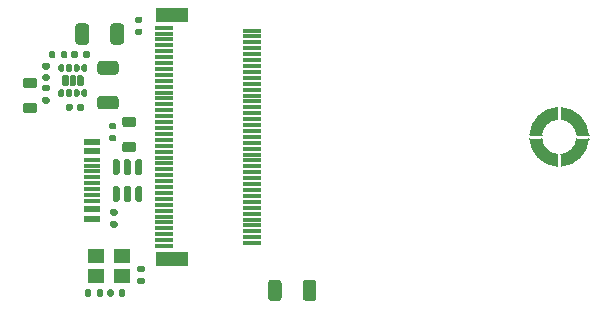
<source format=gtp>
G04 #@! TF.GenerationSoftware,KiCad,Pcbnew,8.0.1+dfsg-1*
G04 #@! TF.CreationDate,2024-10-13T21:14:54+00:00*
G04 #@! TF.ProjectId,usb2m2e,75736232-6d32-4652-9e6b-696361645f70,rev?*
G04 #@! TF.SameCoordinates,Original*
G04 #@! TF.FileFunction,Paste,Top*
G04 #@! TF.FilePolarity,Positive*
%FSLAX46Y46*%
G04 Gerber Fmt 4.6, Leading zero omitted, Abs format (unit mm)*
G04 Created by KiCad (PCBNEW 8.0.1+dfsg-1) date 2024-10-13 21:14:54*
%MOMM*%
%LPD*%
G01*
G04 APERTURE LIST*
%ADD10C,0.001000*%
%ADD11R,1.550000X0.300000*%
%ADD12R,2.750000X1.200000*%
%ADD13R,1.450000X0.600000*%
%ADD14R,1.450000X0.300000*%
%ADD15R,1.400000X1.200000*%
G04 APERTURE END LIST*
D10*
X163507519Y-83150000D02*
X163507519Y-83150000D01*
G75*
G03*
X164850000Y-84492481I1491681J149200D01*
G01*
X164850000Y-85495496D01*
G75*
G02*
X162504504Y-83150000I149700J2495196D01*
G01*
X163507519Y-83150000D01*
G36*
X163507519Y-83150000D02*
G01*
X163507519Y-83150000D01*
G75*
G03*
X164850000Y-84492481I1491681J149200D01*
G01*
X164850000Y-85495496D01*
G75*
G02*
X162504504Y-83150000I149700J2495196D01*
G01*
X163507519Y-83150000D01*
G37*
X164850000Y-81507519D02*
X164850000Y-81507519D01*
G75*
G03*
X163507519Y-82850000I149200J-1491681D01*
G01*
X162504504Y-82850000D01*
G75*
G02*
X164850000Y-80504504I2495196J-149700D01*
G01*
X164850000Y-81507519D01*
G36*
X164850000Y-81507519D02*
G01*
X164850000Y-81507519D01*
G75*
G03*
X163507519Y-82850000I149200J-1491681D01*
G01*
X162504504Y-82850000D01*
G75*
G02*
X164850000Y-80504504I2495196J-149700D01*
G01*
X164850000Y-81507519D01*
G37*
X167495496Y-83150000D02*
X167495496Y-83150000D01*
G75*
G02*
X165150000Y-85495496I-2495196J149700D01*
G01*
X165150000Y-84492481D01*
G75*
G03*
X166492481Y-83150000I-149200J1491681D01*
G01*
X167495496Y-83150000D01*
G36*
X167495496Y-83150000D02*
G01*
X167495496Y-83150000D01*
G75*
G02*
X165150000Y-85495496I-2495196J149700D01*
G01*
X165150000Y-84492481D01*
G75*
G03*
X166492481Y-83150000I-149200J1491681D01*
G01*
X167495496Y-83150000D01*
G37*
X165150000Y-80504504D02*
X165150000Y-80504504D01*
G75*
G02*
X167495496Y-82850000I-149700J-2495196D01*
G01*
X166492481Y-82850000D01*
G75*
G03*
X165150000Y-81507519I-1491681J-149200D01*
G01*
X165150000Y-80504504D01*
G36*
X165150000Y-80504504D02*
G01*
X165150000Y-80504504D01*
G75*
G02*
X167495496Y-82850000I-149700J-2495196D01*
G01*
X166492481Y-82850000D01*
G75*
G03*
X165150000Y-81507519I-1491681J-149200D01*
G01*
X165150000Y-80504504D01*
G37*
D11*
X131525000Y-92250000D03*
X138975000Y-92000000D03*
X131525000Y-91750000D03*
X138975000Y-91500000D03*
X131525000Y-91250000D03*
X138975000Y-91000000D03*
X131525000Y-90750000D03*
X138975000Y-90500000D03*
X131525000Y-90250000D03*
X138975000Y-90000000D03*
X131525000Y-89750000D03*
X138975000Y-89500000D03*
X131525000Y-89250000D03*
X138975000Y-89000000D03*
X131525000Y-88750000D03*
X138975000Y-88500000D03*
X131525000Y-88250000D03*
X138975000Y-88000000D03*
X131525000Y-87750000D03*
X138975000Y-87500000D03*
X131525000Y-87250000D03*
X138975000Y-87000000D03*
X131525000Y-86750000D03*
X138975000Y-86500000D03*
X131525000Y-86250000D03*
X138975000Y-86000000D03*
X131525000Y-85750000D03*
X138975000Y-85500000D03*
X131525000Y-85250000D03*
X138975000Y-85000000D03*
X131525000Y-84750000D03*
X138975000Y-84500000D03*
X131525000Y-84250000D03*
X138975000Y-84000000D03*
X131525000Y-83750000D03*
X138975000Y-83500000D03*
X131525000Y-83250000D03*
X138975000Y-83000000D03*
X131525000Y-82750000D03*
X138975000Y-82500000D03*
X131525000Y-82250000D03*
X138975000Y-82000000D03*
X131525000Y-81750000D03*
X138975000Y-81500000D03*
X131525000Y-81250000D03*
X138975000Y-81000000D03*
X131525000Y-80750000D03*
X138975000Y-80500000D03*
X131525000Y-80250000D03*
X138975000Y-80000000D03*
X131525000Y-79750000D03*
X138975000Y-79500000D03*
X131525000Y-79250000D03*
X138975000Y-79000000D03*
X131525000Y-78750000D03*
X138975000Y-78500000D03*
X131525000Y-78250000D03*
X138975000Y-78000000D03*
X131525000Y-77750000D03*
X138975000Y-77500000D03*
X131525000Y-77250000D03*
X138975000Y-77000000D03*
X131525000Y-76750000D03*
X138975000Y-76500000D03*
X131525000Y-76250000D03*
X138975000Y-76000000D03*
X131525000Y-75750000D03*
X138975000Y-75500000D03*
X131525000Y-75250000D03*
X138975000Y-75000000D03*
X131525000Y-74750000D03*
X138975000Y-74500000D03*
X131525000Y-74250000D03*
X138975000Y-74000000D03*
X131525000Y-73750000D03*
D12*
X132250000Y-93350000D03*
X132250000Y-72650000D03*
G36*
G01*
X121380000Y-76740000D02*
X121720000Y-76740000D01*
G75*
G02*
X121860000Y-76880000I0J-140000D01*
G01*
X121860000Y-77160000D01*
G75*
G02*
X121720000Y-77300000I-140000J0D01*
G01*
X121380000Y-77300000D01*
G75*
G02*
X121240000Y-77160000I0J140000D01*
G01*
X121240000Y-76880000D01*
G75*
G02*
X121380000Y-76740000I140000J0D01*
G01*
G37*
G36*
G01*
X121380000Y-77700000D02*
X121720000Y-77700000D01*
G75*
G02*
X121860000Y-77840000I0J-140000D01*
G01*
X121860000Y-78120000D01*
G75*
G02*
X121720000Y-78260000I-140000J0D01*
G01*
X121380000Y-78260000D01*
G75*
G02*
X121240000Y-78120000I0J140000D01*
G01*
X121240000Y-77840000D01*
G75*
G02*
X121380000Y-77700000I140000J0D01*
G01*
G37*
G36*
G01*
X126380000Y-96035000D02*
X126380000Y-96405000D01*
G75*
G02*
X126245000Y-96540000I-135000J0D01*
G01*
X125975000Y-96540000D01*
G75*
G02*
X125840000Y-96405000I0J135000D01*
G01*
X125840000Y-96035000D01*
G75*
G02*
X125975000Y-95900000I135000J0D01*
G01*
X126245000Y-95900000D01*
G75*
G02*
X126380000Y-96035000I0J-135000D01*
G01*
G37*
G36*
G01*
X125360000Y-96035000D02*
X125360000Y-96405000D01*
G75*
G02*
X125225000Y-96540000I-135000J0D01*
G01*
X124955000Y-96540000D01*
G75*
G02*
X124820000Y-96405000I0J135000D01*
G01*
X124820000Y-96035000D01*
G75*
G02*
X124955000Y-95900000I135000J0D01*
G01*
X125225000Y-95900000D01*
G75*
G02*
X125360000Y-96035000I0J-135000D01*
G01*
G37*
G36*
G01*
X125265000Y-75852500D02*
X125265000Y-76222500D01*
G75*
G02*
X125130000Y-76357500I-135000J0D01*
G01*
X124860000Y-76357500D01*
G75*
G02*
X124725000Y-76222500I0J135000D01*
G01*
X124725000Y-75852500D01*
G75*
G02*
X124860000Y-75717500I135000J0D01*
G01*
X125130000Y-75717500D01*
G75*
G02*
X125265000Y-75852500I0J-135000D01*
G01*
G37*
G36*
G01*
X124245000Y-75852500D02*
X124245000Y-76222500D01*
G75*
G02*
X124110000Y-76357500I-135000J0D01*
G01*
X123840000Y-76357500D01*
G75*
G02*
X123705000Y-76222500I0J135000D01*
G01*
X123705000Y-75852500D01*
G75*
G02*
X123840000Y-75717500I135000J0D01*
G01*
X124110000Y-75717500D01*
G75*
G02*
X124245000Y-75852500I0J-135000D01*
G01*
G37*
G36*
G01*
X121735000Y-80180000D02*
X121365000Y-80180000D01*
G75*
G02*
X121230000Y-80045000I0J135000D01*
G01*
X121230000Y-79775000D01*
G75*
G02*
X121365000Y-79640000I135000J0D01*
G01*
X121735000Y-79640000D01*
G75*
G02*
X121870000Y-79775000I0J-135000D01*
G01*
X121870000Y-80045000D01*
G75*
G02*
X121735000Y-80180000I-135000J0D01*
G01*
G37*
G36*
G01*
X121735000Y-79160000D02*
X121365000Y-79160000D01*
G75*
G02*
X121230000Y-79025000I0J135000D01*
G01*
X121230000Y-78755000D01*
G75*
G02*
X121365000Y-78620000I135000J0D01*
G01*
X121735000Y-78620000D01*
G75*
G02*
X121870000Y-78755000I0J-135000D01*
G01*
X121870000Y-79025000D01*
G75*
G02*
X121735000Y-79160000I-135000J0D01*
G01*
G37*
G36*
G01*
X129785000Y-95490000D02*
X129415000Y-95490000D01*
G75*
G02*
X129280000Y-95355000I0J135000D01*
G01*
X129280000Y-95085000D01*
G75*
G02*
X129415000Y-94950000I135000J0D01*
G01*
X129785000Y-94950000D01*
G75*
G02*
X129920000Y-95085000I0J-135000D01*
G01*
X129920000Y-95355000D01*
G75*
G02*
X129785000Y-95490000I-135000J0D01*
G01*
G37*
G36*
G01*
X129785000Y-94470000D02*
X129415000Y-94470000D01*
G75*
G02*
X129280000Y-94335000I0J135000D01*
G01*
X129280000Y-94065000D01*
G75*
G02*
X129415000Y-93930000I135000J0D01*
G01*
X129785000Y-93930000D01*
G75*
G02*
X129920000Y-94065000I0J-135000D01*
G01*
X129920000Y-94335000D01*
G75*
G02*
X129785000Y-94470000I-135000J0D01*
G01*
G37*
G36*
G01*
X129215000Y-72820000D02*
X129585000Y-72820000D01*
G75*
G02*
X129720000Y-72955000I0J-135000D01*
G01*
X129720000Y-73225000D01*
G75*
G02*
X129585000Y-73360000I-135000J0D01*
G01*
X129215000Y-73360000D01*
G75*
G02*
X129080000Y-73225000I0J135000D01*
G01*
X129080000Y-72955000D01*
G75*
G02*
X129215000Y-72820000I135000J0D01*
G01*
G37*
G36*
G01*
X129215000Y-73840000D02*
X129585000Y-73840000D01*
G75*
G02*
X129720000Y-73975000I0J-135000D01*
G01*
X129720000Y-74245000D01*
G75*
G02*
X129585000Y-74380000I-135000J0D01*
G01*
X129215000Y-74380000D01*
G75*
G02*
X129080000Y-74245000I0J135000D01*
G01*
X129080000Y-73975000D01*
G75*
G02*
X129215000Y-73840000I135000J0D01*
G01*
G37*
G36*
G01*
X128260000Y-96040000D02*
X128260000Y-96380000D01*
G75*
G02*
X128120000Y-96520000I-140000J0D01*
G01*
X127840000Y-96520000D01*
G75*
G02*
X127700000Y-96380000I0J140000D01*
G01*
X127700000Y-96040000D01*
G75*
G02*
X127840000Y-95900000I140000J0D01*
G01*
X128120000Y-95900000D01*
G75*
G02*
X128260000Y-96040000I0J-140000D01*
G01*
G37*
G36*
G01*
X127300000Y-96040000D02*
X127300000Y-96380000D01*
G75*
G02*
X127160000Y-96520000I-140000J0D01*
G01*
X126880000Y-96520000D01*
G75*
G02*
X126740000Y-96380000I0J140000D01*
G01*
X126740000Y-96040000D01*
G75*
G02*
X126880000Y-95900000I140000J0D01*
G01*
X127160000Y-95900000D01*
G75*
G02*
X127300000Y-96040000I0J-140000D01*
G01*
G37*
G36*
G01*
X128150000Y-73650000D02*
X128150000Y-74950000D01*
G75*
G02*
X127900000Y-75200000I-250000J0D01*
G01*
X127250000Y-75200000D01*
G75*
G02*
X127000000Y-74950000I0J250000D01*
G01*
X127000000Y-73650000D01*
G75*
G02*
X127250000Y-73400000I250000J0D01*
G01*
X127900000Y-73400000D01*
G75*
G02*
X128150000Y-73650000I0J-250000D01*
G01*
G37*
G36*
G01*
X125200000Y-73650000D02*
X125200000Y-74950000D01*
G75*
G02*
X124950000Y-75200000I-250000J0D01*
G01*
X124300000Y-75200000D01*
G75*
G02*
X124050000Y-74950000I0J250000D01*
G01*
X124050000Y-73650000D01*
G75*
G02*
X124300000Y-73400000I250000J0D01*
G01*
X124950000Y-73400000D01*
G75*
G02*
X125200000Y-73650000I0J-250000D01*
G01*
G37*
G36*
G01*
X127385000Y-83380000D02*
X127015000Y-83380000D01*
G75*
G02*
X126880000Y-83245000I0J135000D01*
G01*
X126880000Y-82975000D01*
G75*
G02*
X127015000Y-82840000I135000J0D01*
G01*
X127385000Y-82840000D01*
G75*
G02*
X127520000Y-82975000I0J-135000D01*
G01*
X127520000Y-83245000D01*
G75*
G02*
X127385000Y-83380000I-135000J0D01*
G01*
G37*
G36*
G01*
X127385000Y-82360000D02*
X127015000Y-82360000D01*
G75*
G02*
X126880000Y-82225000I0J135000D01*
G01*
X126880000Y-81955000D01*
G75*
G02*
X127015000Y-81820000I135000J0D01*
G01*
X127385000Y-81820000D01*
G75*
G02*
X127520000Y-81955000I0J-135000D01*
G01*
X127520000Y-82225000D01*
G75*
G02*
X127385000Y-82360000I-135000J0D01*
G01*
G37*
G36*
G01*
X127115000Y-89130000D02*
X127485000Y-89130000D01*
G75*
G02*
X127620000Y-89265000I0J-135000D01*
G01*
X127620000Y-89535000D01*
G75*
G02*
X127485000Y-89670000I-135000J0D01*
G01*
X127115000Y-89670000D01*
G75*
G02*
X126980000Y-89535000I0J135000D01*
G01*
X126980000Y-89265000D01*
G75*
G02*
X127115000Y-89130000I135000J0D01*
G01*
G37*
G36*
G01*
X127115000Y-90150000D02*
X127485000Y-90150000D01*
G75*
G02*
X127620000Y-90285000I0J-135000D01*
G01*
X127620000Y-90555000D01*
G75*
G02*
X127485000Y-90690000I-135000J0D01*
G01*
X127115000Y-90690000D01*
G75*
G02*
X126980000Y-90555000I0J135000D01*
G01*
X126980000Y-90285000D01*
G75*
G02*
X127115000Y-90150000I135000J0D01*
G01*
G37*
G36*
G01*
X123365000Y-75852500D02*
X123365000Y-76222500D01*
G75*
G02*
X123230000Y-76357500I-135000J0D01*
G01*
X122960000Y-76357500D01*
G75*
G02*
X122825000Y-76222500I0J135000D01*
G01*
X122825000Y-75852500D01*
G75*
G02*
X122960000Y-75717500I135000J0D01*
G01*
X123230000Y-75717500D01*
G75*
G02*
X123365000Y-75852500I0J-135000D01*
G01*
G37*
G36*
G01*
X122345000Y-75852500D02*
X122345000Y-76222500D01*
G75*
G02*
X122210000Y-76357500I-135000J0D01*
G01*
X121940000Y-76357500D01*
G75*
G02*
X121805000Y-76222500I0J135000D01*
G01*
X121805000Y-75852500D01*
G75*
G02*
X121940000Y-75717500I135000J0D01*
G01*
X122210000Y-75717500D01*
G75*
G02*
X122345000Y-75852500I0J-135000D01*
G01*
G37*
G36*
G01*
X123332500Y-78712500D02*
X123057500Y-78712500D01*
G75*
G02*
X122920000Y-78575000I0J137500D01*
G01*
X122920000Y-77900000D01*
G75*
G02*
X123057500Y-77762500I137500J0D01*
G01*
X123332500Y-77762500D01*
G75*
G02*
X123470000Y-77900000I0J-137500D01*
G01*
X123470000Y-78575000D01*
G75*
G02*
X123332500Y-78712500I-137500J0D01*
G01*
G37*
G36*
G01*
X123962500Y-78712500D02*
X123687500Y-78712500D01*
G75*
G02*
X123550000Y-78575000I0J137500D01*
G01*
X123550000Y-77900000D01*
G75*
G02*
X123687500Y-77762500I137500J0D01*
G01*
X123962500Y-77762500D01*
G75*
G02*
X124100000Y-77900000I0J-137500D01*
G01*
X124100000Y-78575000D01*
G75*
G02*
X123962500Y-78712500I-137500J0D01*
G01*
G37*
G36*
G01*
X124592500Y-78712500D02*
X124317500Y-78712500D01*
G75*
G02*
X124180000Y-78575000I0J137500D01*
G01*
X124180000Y-77900000D01*
G75*
G02*
X124317500Y-77762500I137500J0D01*
G01*
X124592500Y-77762500D01*
G75*
G02*
X124730000Y-77900000I0J-137500D01*
G01*
X124730000Y-78575000D01*
G75*
G02*
X124592500Y-78712500I-137500J0D01*
G01*
G37*
G36*
G01*
X122975000Y-79612500D02*
X122725000Y-79612500D01*
G75*
G02*
X122600000Y-79487500I0J125000D01*
G01*
X122600000Y-79112500D01*
G75*
G02*
X122725000Y-78987500I125000J0D01*
G01*
X122975000Y-78987500D01*
G75*
G02*
X123100000Y-79112500I0J-125000D01*
G01*
X123100000Y-79487500D01*
G75*
G02*
X122975000Y-79612500I-125000J0D01*
G01*
G37*
G36*
G01*
X123625000Y-79612500D02*
X123375000Y-79612500D01*
G75*
G02*
X123250000Y-79487500I0J125000D01*
G01*
X123250000Y-79112500D01*
G75*
G02*
X123375000Y-78987500I125000J0D01*
G01*
X123625000Y-78987500D01*
G75*
G02*
X123750000Y-79112500I0J-125000D01*
G01*
X123750000Y-79487500D01*
G75*
G02*
X123625000Y-79612500I-125000J0D01*
G01*
G37*
G36*
G01*
X124275000Y-79612500D02*
X124025000Y-79612500D01*
G75*
G02*
X123900000Y-79487500I0J125000D01*
G01*
X123900000Y-79112500D01*
G75*
G02*
X124025000Y-78987500I125000J0D01*
G01*
X124275000Y-78987500D01*
G75*
G02*
X124400000Y-79112500I0J-125000D01*
G01*
X124400000Y-79487500D01*
G75*
G02*
X124275000Y-79612500I-125000J0D01*
G01*
G37*
G36*
G01*
X124925000Y-79612500D02*
X124675000Y-79612500D01*
G75*
G02*
X124550000Y-79487500I0J125000D01*
G01*
X124550000Y-79112500D01*
G75*
G02*
X124675000Y-78987500I125000J0D01*
G01*
X124925000Y-78987500D01*
G75*
G02*
X125050000Y-79112500I0J-125000D01*
G01*
X125050000Y-79487500D01*
G75*
G02*
X124925000Y-79612500I-125000J0D01*
G01*
G37*
G36*
G01*
X124925000Y-77487500D02*
X124675000Y-77487500D01*
G75*
G02*
X124550000Y-77362500I0J125000D01*
G01*
X124550000Y-76987500D01*
G75*
G02*
X124675000Y-76862500I125000J0D01*
G01*
X124925000Y-76862500D01*
G75*
G02*
X125050000Y-76987500I0J-125000D01*
G01*
X125050000Y-77362500D01*
G75*
G02*
X124925000Y-77487500I-125000J0D01*
G01*
G37*
G36*
G01*
X124275000Y-77487500D02*
X124025000Y-77487500D01*
G75*
G02*
X123900000Y-77362500I0J125000D01*
G01*
X123900000Y-76987500D01*
G75*
G02*
X124025000Y-76862500I125000J0D01*
G01*
X124275000Y-76862500D01*
G75*
G02*
X124400000Y-76987500I0J-125000D01*
G01*
X124400000Y-77362500D01*
G75*
G02*
X124275000Y-77487500I-125000J0D01*
G01*
G37*
G36*
G01*
X123625000Y-77487500D02*
X123375000Y-77487500D01*
G75*
G02*
X123250000Y-77362500I0J125000D01*
G01*
X123250000Y-76987500D01*
G75*
G02*
X123375000Y-76862500I125000J0D01*
G01*
X123625000Y-76862500D01*
G75*
G02*
X123750000Y-76987500I0J-125000D01*
G01*
X123750000Y-77362500D01*
G75*
G02*
X123625000Y-77487500I-125000J0D01*
G01*
G37*
G36*
G01*
X122975000Y-77487500D02*
X122725000Y-77487500D01*
G75*
G02*
X122600000Y-77362500I0J125000D01*
G01*
X122600000Y-76987500D01*
G75*
G02*
X122725000Y-76862500I125000J0D01*
G01*
X122975000Y-76862500D01*
G75*
G02*
X123100000Y-76987500I0J-125000D01*
G01*
X123100000Y-77362500D01*
G75*
G02*
X122975000Y-77487500I-125000J0D01*
G01*
G37*
G36*
G01*
X127450000Y-80675000D02*
X126150000Y-80675000D01*
G75*
G02*
X125900000Y-80425000I0J250000D01*
G01*
X125900000Y-79775000D01*
G75*
G02*
X126150000Y-79525000I250000J0D01*
G01*
X127450000Y-79525000D01*
G75*
G02*
X127700000Y-79775000I0J-250000D01*
G01*
X127700000Y-80425000D01*
G75*
G02*
X127450000Y-80675000I-250000J0D01*
G01*
G37*
G36*
G01*
X127450000Y-77725000D02*
X126150000Y-77725000D01*
G75*
G02*
X125900000Y-77475000I0J250000D01*
G01*
X125900000Y-76825000D01*
G75*
G02*
X126150000Y-76575000I250000J0D01*
G01*
X127450000Y-76575000D01*
G75*
G02*
X127700000Y-76825000I0J-250000D01*
G01*
X127700000Y-77475000D01*
G75*
G02*
X127450000Y-77725000I-250000J0D01*
G01*
G37*
G36*
G01*
X123240000Y-80670000D02*
X123240000Y-80330000D01*
G75*
G02*
X123380000Y-80190000I140000J0D01*
G01*
X123660000Y-80190000D01*
G75*
G02*
X123800000Y-80330000I0J-140000D01*
G01*
X123800000Y-80670000D01*
G75*
G02*
X123660000Y-80810000I-140000J0D01*
G01*
X123380000Y-80810000D01*
G75*
G02*
X123240000Y-80670000I0J140000D01*
G01*
G37*
G36*
G01*
X124200000Y-80670000D02*
X124200000Y-80330000D01*
G75*
G02*
X124340000Y-80190000I140000J0D01*
G01*
X124620000Y-80190000D01*
G75*
G02*
X124760000Y-80330000I0J-140000D01*
G01*
X124760000Y-80670000D01*
G75*
G02*
X124620000Y-80810000I-140000J0D01*
G01*
X124340000Y-80810000D01*
G75*
G02*
X124200000Y-80670000I0J140000D01*
G01*
G37*
D13*
X125485000Y-83430000D03*
X125485000Y-84230000D03*
D14*
X125485000Y-85430000D03*
X125485000Y-86430000D03*
X125485000Y-86930000D03*
X125485000Y-87930000D03*
D13*
X125485000Y-89130000D03*
X125485000Y-89930000D03*
X125485000Y-89930000D03*
X125485000Y-89130000D03*
D14*
X125485000Y-88430000D03*
X125485000Y-87430000D03*
X125485000Y-85930000D03*
X125485000Y-84930000D03*
D13*
X125485000Y-84230000D03*
X125485000Y-83430000D03*
G36*
G01*
X128981250Y-84300000D02*
X128218750Y-84300000D01*
G75*
G02*
X128000000Y-84081250I0J218750D01*
G01*
X128000000Y-83643750D01*
G75*
G02*
X128218750Y-83425000I218750J0D01*
G01*
X128981250Y-83425000D01*
G75*
G02*
X129200000Y-83643750I0J-218750D01*
G01*
X129200000Y-84081250D01*
G75*
G02*
X128981250Y-84300000I-218750J0D01*
G01*
G37*
G36*
G01*
X128981250Y-82175000D02*
X128218750Y-82175000D01*
G75*
G02*
X128000000Y-81956250I0J218750D01*
G01*
X128000000Y-81518750D01*
G75*
G02*
X128218750Y-81300000I218750J0D01*
G01*
X128981250Y-81300000D01*
G75*
G02*
X129200000Y-81518750I0J-218750D01*
G01*
X129200000Y-81956250D01*
G75*
G02*
X128981250Y-82175000I-218750J0D01*
G01*
G37*
G36*
G01*
X140350000Y-96650000D02*
X140350000Y-95350000D01*
G75*
G02*
X140600000Y-95100000I250000J0D01*
G01*
X141250000Y-95100000D01*
G75*
G02*
X141500000Y-95350000I0J-250000D01*
G01*
X141500000Y-96650000D01*
G75*
G02*
X141250000Y-96900000I-250000J0D01*
G01*
X140600000Y-96900000D01*
G75*
G02*
X140350000Y-96650000I0J250000D01*
G01*
G37*
G36*
G01*
X143300000Y-96650000D02*
X143300000Y-95350000D01*
G75*
G02*
X143550000Y-95100000I250000J0D01*
G01*
X144200000Y-95100000D01*
G75*
G02*
X144450000Y-95350000I0J-250000D01*
G01*
X144450000Y-96650000D01*
G75*
G02*
X144200000Y-96900000I-250000J0D01*
G01*
X143550000Y-96900000D01*
G75*
G02*
X143300000Y-96650000I0J250000D01*
G01*
G37*
G36*
G01*
X119818750Y-78000000D02*
X120581250Y-78000000D01*
G75*
G02*
X120800000Y-78218750I0J-218750D01*
G01*
X120800000Y-78656250D01*
G75*
G02*
X120581250Y-78875000I-218750J0D01*
G01*
X119818750Y-78875000D01*
G75*
G02*
X119600000Y-78656250I0J218750D01*
G01*
X119600000Y-78218750D01*
G75*
G02*
X119818750Y-78000000I218750J0D01*
G01*
G37*
G36*
G01*
X119818750Y-80125000D02*
X120581250Y-80125000D01*
G75*
G02*
X120800000Y-80343750I0J-218750D01*
G01*
X120800000Y-80781250D01*
G75*
G02*
X120581250Y-81000000I-218750J0D01*
G01*
X119818750Y-81000000D01*
G75*
G02*
X119600000Y-80781250I0J218750D01*
G01*
X119600000Y-80343750D01*
G75*
G02*
X119818750Y-80125000I218750J0D01*
G01*
G37*
G36*
G01*
X127650000Y-88500000D02*
X127350000Y-88500000D01*
G75*
G02*
X127200000Y-88350000I0J150000D01*
G01*
X127200000Y-87325000D01*
G75*
G02*
X127350000Y-87175000I150000J0D01*
G01*
X127650000Y-87175000D01*
G75*
G02*
X127800000Y-87325000I0J-150000D01*
G01*
X127800000Y-88350000D01*
G75*
G02*
X127650000Y-88500000I-150000J0D01*
G01*
G37*
G36*
G01*
X128600000Y-88500000D02*
X128300000Y-88500000D01*
G75*
G02*
X128150000Y-88350000I0J150000D01*
G01*
X128150000Y-87325000D01*
G75*
G02*
X128300000Y-87175000I150000J0D01*
G01*
X128600000Y-87175000D01*
G75*
G02*
X128750000Y-87325000I0J-150000D01*
G01*
X128750000Y-88350000D01*
G75*
G02*
X128600000Y-88500000I-150000J0D01*
G01*
G37*
G36*
G01*
X129550000Y-88500000D02*
X129250000Y-88500000D01*
G75*
G02*
X129100000Y-88350000I0J150000D01*
G01*
X129100000Y-87325000D01*
G75*
G02*
X129250000Y-87175000I150000J0D01*
G01*
X129550000Y-87175000D01*
G75*
G02*
X129700000Y-87325000I0J-150000D01*
G01*
X129700000Y-88350000D01*
G75*
G02*
X129550000Y-88500000I-150000J0D01*
G01*
G37*
G36*
G01*
X129550000Y-86225000D02*
X129250000Y-86225000D01*
G75*
G02*
X129100000Y-86075000I0J150000D01*
G01*
X129100000Y-85050000D01*
G75*
G02*
X129250000Y-84900000I150000J0D01*
G01*
X129550000Y-84900000D01*
G75*
G02*
X129700000Y-85050000I0J-150000D01*
G01*
X129700000Y-86075000D01*
G75*
G02*
X129550000Y-86225000I-150000J0D01*
G01*
G37*
G36*
G01*
X128600000Y-86225000D02*
X128300000Y-86225000D01*
G75*
G02*
X128150000Y-86075000I0J150000D01*
G01*
X128150000Y-85050000D01*
G75*
G02*
X128300000Y-84900000I150000J0D01*
G01*
X128600000Y-84900000D01*
G75*
G02*
X128750000Y-85050000I0J-150000D01*
G01*
X128750000Y-86075000D01*
G75*
G02*
X128600000Y-86225000I-150000J0D01*
G01*
G37*
G36*
G01*
X127650000Y-86225000D02*
X127350000Y-86225000D01*
G75*
G02*
X127200000Y-86075000I0J150000D01*
G01*
X127200000Y-85050000D01*
G75*
G02*
X127350000Y-84900000I150000J0D01*
G01*
X127650000Y-84900000D01*
G75*
G02*
X127800000Y-85050000I0J-150000D01*
G01*
X127800000Y-86075000D01*
G75*
G02*
X127650000Y-86225000I-150000J0D01*
G01*
G37*
D15*
X128000000Y-93110000D03*
X125800000Y-93110000D03*
X125800000Y-94810000D03*
X128000000Y-94810000D03*
M02*

</source>
